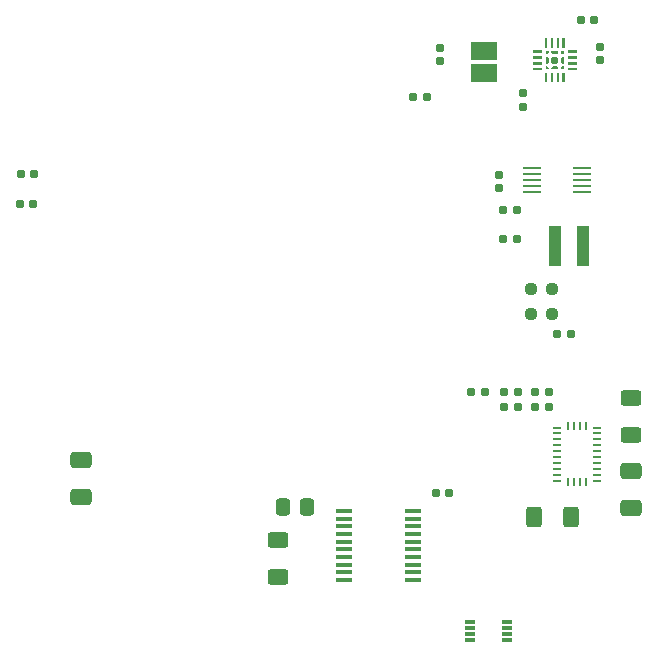
<source format=gbr>
%TF.GenerationSoftware,KiCad,Pcbnew,8.0.7*%
%TF.CreationDate,2024-12-28T15:18:57+07:00*%
%TF.ProjectId,Teensy4.0PCB,5465656e-7379-4342-9e30-5043422e6b69,rev?*%
%TF.SameCoordinates,Original*%
%TF.FileFunction,Paste,Top*%
%TF.FilePolarity,Positive*%
%FSLAX46Y46*%
G04 Gerber Fmt 4.6, Leading zero omitted, Abs format (unit mm)*
G04 Created by KiCad (PCBNEW 8.0.7) date 2024-12-28 15:18:57*
%MOMM*%
%LPD*%
G01*
G04 APERTURE LIST*
G04 Aperture macros list*
%AMRoundRect*
0 Rectangle with rounded corners*
0 $1 Rounding radius*
0 $2 $3 $4 $5 $6 $7 $8 $9 X,Y pos of 4 corners*
0 Add a 4 corners polygon primitive as box body*
4,1,4,$2,$3,$4,$5,$6,$7,$8,$9,$2,$3,0*
0 Add four circle primitives for the rounded corners*
1,1,$1+$1,$2,$3*
1,1,$1+$1,$4,$5*
1,1,$1+$1,$6,$7*
1,1,$1+$1,$8,$9*
0 Add four rect primitives between the rounded corners*
20,1,$1+$1,$2,$3,$4,$5,0*
20,1,$1+$1,$4,$5,$6,$7,0*
20,1,$1+$1,$6,$7,$8,$9,0*
20,1,$1+$1,$8,$9,$2,$3,0*%
G04 Aperture macros list end*
%ADD10C,0.000000*%
%ADD11RoundRect,0.155000X-0.155000X0.212500X-0.155000X-0.212500X0.155000X-0.212500X0.155000X0.212500X0*%
%ADD12RoundRect,0.155000X0.212500X0.155000X-0.212500X0.155000X-0.212500X-0.155000X0.212500X-0.155000X0*%
%ADD13RoundRect,0.160000X0.160000X-0.197500X0.160000X0.197500X-0.160000X0.197500X-0.160000X-0.197500X0*%
%ADD14RoundRect,0.160000X-0.197500X-0.160000X0.197500X-0.160000X0.197500X0.160000X-0.197500X0.160000X0*%
%ADD15R,1.574800X0.279400*%
%ADD16R,0.850000X0.300000*%
%ADD17R,1.475000X0.450000*%
%ADD18RoundRect,0.250000X-0.337500X-0.475000X0.337500X-0.475000X0.337500X0.475000X-0.337500X0.475000X0*%
%ADD19RoundRect,0.250000X-0.625000X0.400000X-0.625000X-0.400000X0.625000X-0.400000X0.625000X0.400000X0*%
%ADD20RoundRect,0.250000X0.650000X-0.412500X0.650000X0.412500X-0.650000X0.412500X-0.650000X-0.412500X0*%
%ADD21RoundRect,0.250000X-0.400000X-0.625000X0.400000X-0.625000X0.400000X0.625000X-0.400000X0.625000X0*%
%ADD22RoundRect,0.155000X-0.212500X-0.155000X0.212500X-0.155000X0.212500X0.155000X-0.212500X0.155000X0*%
%ADD23R,2.260600X1.498600*%
%ADD24R,0.980000X3.400000*%
%ADD25RoundRect,0.237500X-0.250000X-0.237500X0.250000X-0.237500X0.250000X0.237500X-0.250000X0.237500X0*%
%ADD26RoundRect,0.160000X0.197500X0.160000X-0.197500X0.160000X-0.197500X-0.160000X0.197500X-0.160000X0*%
%ADD27R,0.675000X0.254000*%
%ADD28R,0.254000X0.675000*%
G04 APERTURE END LIST*
D10*
%TO.C,U4*%
G36*
X155150106Y-72115110D02*
G01*
X154349891Y-72115110D01*
X154349891Y-71884892D01*
X155150106Y-71884892D01*
X155150106Y-72115110D01*
G37*
G36*
X155150106Y-72615109D02*
G01*
X154349891Y-72615109D01*
X154349891Y-72384894D01*
X155150106Y-72384894D01*
X155150106Y-72615109D01*
G37*
G36*
X155150106Y-73115108D02*
G01*
X154349891Y-73115108D01*
X154349891Y-72884893D01*
X155150106Y-72884893D01*
X155150106Y-73115108D01*
G37*
G36*
X155150106Y-73615110D02*
G01*
X154349891Y-73615110D01*
X154349891Y-73384892D01*
X155150106Y-73384892D01*
X155150106Y-73615110D01*
G37*
G36*
X155589917Y-74625108D02*
G01*
X155359701Y-74625108D01*
X155359701Y-73824893D01*
X155589917Y-73824893D01*
X155589917Y-74625108D01*
G37*
G36*
X156090043Y-74625108D02*
G01*
X155859827Y-74625108D01*
X155859827Y-73824893D01*
X156090043Y-73824893D01*
X156090043Y-74625108D01*
G37*
G36*
X156590169Y-74625108D02*
G01*
X156359953Y-74625108D01*
X156359953Y-73824893D01*
X156590169Y-73824893D01*
X156590169Y-74625108D01*
G37*
G36*
X157090295Y-74625108D02*
G01*
X156860079Y-74625108D01*
X156860079Y-73824893D01*
X157090295Y-73824893D01*
X157090295Y-74625108D01*
G37*
G36*
X158100105Y-73615110D02*
G01*
X157299890Y-73615110D01*
X157299890Y-73384892D01*
X158100105Y-73384892D01*
X158100105Y-73615110D01*
G37*
G36*
X158100105Y-73115108D02*
G01*
X157299890Y-73115108D01*
X157299890Y-72884893D01*
X158100105Y-72884893D01*
X158100105Y-73115108D01*
G37*
G36*
X158100105Y-72615109D02*
G01*
X157299890Y-72615109D01*
X157299890Y-72384894D01*
X158100105Y-72384894D01*
X158100105Y-72615109D01*
G37*
G36*
X158100105Y-72115110D02*
G01*
X157299890Y-72115110D01*
X157299890Y-71884892D01*
X158100105Y-71884892D01*
X158100105Y-72115110D01*
G37*
G36*
X157090295Y-71675109D02*
G01*
X156860079Y-71675109D01*
X156860079Y-70874894D01*
X157090295Y-70874894D01*
X157090295Y-71675109D01*
G37*
G36*
X156590169Y-71675109D02*
G01*
X156359953Y-71675109D01*
X156359953Y-70874894D01*
X156590169Y-70874894D01*
X156590169Y-71675109D01*
G37*
G36*
X156090043Y-71675109D02*
G01*
X155859827Y-71675109D01*
X155859827Y-70874894D01*
X156090043Y-70874894D01*
X156090043Y-71675109D01*
G37*
G36*
X155589917Y-71675109D02*
G01*
X155359701Y-71675109D01*
X155359701Y-70874894D01*
X155589917Y-70874894D01*
X155589917Y-71675109D01*
G37*
G36*
X155731298Y-72114880D02*
G01*
X155589877Y-72256301D01*
X155449928Y-72256301D01*
X155449928Y-71974931D01*
X155731298Y-71974931D01*
X155731298Y-72114880D01*
G37*
G36*
X155731298Y-72597722D02*
G01*
X155731298Y-72902280D01*
X155589877Y-73043701D01*
X155449928Y-73043701D01*
X155449928Y-72456301D01*
X155589877Y-72456301D01*
X155731298Y-72597722D01*
G37*
G36*
X155731298Y-73385122D02*
G01*
X155731298Y-73525071D01*
X155449928Y-73525071D01*
X155449928Y-73243701D01*
X155589877Y-73243701D01*
X155731298Y-73385122D01*
G37*
G36*
X156518698Y-72114880D02*
G01*
X156377277Y-72256301D01*
X156072719Y-72256301D01*
X155931298Y-72114880D01*
X155931298Y-71974931D01*
X156518698Y-71974931D01*
X156518698Y-72114880D01*
G37*
G36*
X156518698Y-72597722D02*
G01*
X156518698Y-72902280D01*
X156377277Y-73043701D01*
X156072719Y-73043701D01*
X155931298Y-72902280D01*
X155931298Y-72597722D01*
X156072719Y-72456301D01*
X156377277Y-72456301D01*
X156518698Y-72597722D01*
G37*
G36*
X156518698Y-73385122D02*
G01*
X156518698Y-73525071D01*
X155931298Y-73525071D01*
X155931298Y-73385122D01*
X156072719Y-73243701D01*
X156377277Y-73243701D01*
X156518698Y-73385122D01*
G37*
G36*
X157000068Y-72256301D02*
G01*
X156860119Y-72256301D01*
X156718698Y-72114880D01*
X156718698Y-71974931D01*
X157000068Y-71974931D01*
X157000068Y-72256301D01*
G37*
G36*
X157000068Y-73043701D02*
G01*
X156860119Y-73043701D01*
X156718698Y-72902280D01*
X156718698Y-72597722D01*
X156860119Y-72456301D01*
X157000068Y-72456301D01*
X157000068Y-73043701D01*
G37*
G36*
X157000068Y-73525071D02*
G01*
X156718698Y-73525071D01*
X156718698Y-73385122D01*
X156860119Y-73243701D01*
X157000068Y-73243701D01*
X157000068Y-73525071D01*
G37*
%TD*%
D11*
%TO.C,C10*%
X159999999Y-72767502D03*
X159999999Y-71632502D03*
%TD*%
D12*
%TO.C,C11*%
X158432499Y-69300002D03*
X159567499Y-69300002D03*
%TD*%
D13*
%TO.C,R7*%
X153500000Y-76697500D03*
X153500000Y-75502500D03*
%TD*%
D14*
%TO.C,R4*%
X145397500Y-75900000D03*
X144202500Y-75900000D03*
%TD*%
D11*
%TO.C,C14*%
X146500000Y-71700000D03*
X146500000Y-72835000D03*
%TD*%
D15*
%TO.C,U5*%
X154304500Y-81899999D03*
X154304500Y-82400001D03*
X154304500Y-82900000D03*
X154304500Y-83399999D03*
X154304500Y-83900001D03*
X158495500Y-83900001D03*
X158495500Y-83399999D03*
X158495500Y-82900000D03*
X158495500Y-82400001D03*
X158495500Y-81899999D03*
%TD*%
D16*
%TO.C,IC2*%
X149000000Y-120300000D03*
X149000000Y-120800000D03*
X149000000Y-121300000D03*
X149000000Y-121800000D03*
X152150000Y-121800000D03*
X152150000Y-121300000D03*
X152150000Y-120800000D03*
X152150000Y-120300000D03*
%TD*%
D17*
%TO.C,IC1*%
X138324000Y-110900000D03*
X138324000Y-111550000D03*
X138324000Y-112200000D03*
X138324000Y-112850000D03*
X138324000Y-113500000D03*
X138324000Y-114150000D03*
X138324000Y-114800000D03*
X138324000Y-115450000D03*
X138324000Y-116100000D03*
X138324000Y-116750000D03*
X144200000Y-116750000D03*
X144200000Y-116100000D03*
X144200000Y-115450000D03*
X144200000Y-114800000D03*
X144200000Y-114150000D03*
X144200000Y-113500000D03*
X144200000Y-112850000D03*
X144200000Y-112200000D03*
X144200000Y-111550000D03*
X144200000Y-110900000D03*
%TD*%
D18*
%TO.C,C6*%
X133162500Y-110600000D03*
X135237500Y-110600000D03*
%TD*%
D19*
%TO.C,R1*%
X162700000Y-101350000D03*
X162700000Y-104450000D03*
%TD*%
D20*
%TO.C,C5*%
X162700000Y-110662500D03*
X162700000Y-107537500D03*
%TD*%
D21*
%TO.C,R2*%
X154450000Y-111400000D03*
X157550000Y-111400000D03*
%TD*%
D20*
%TO.C,C1*%
X116100000Y-109725000D03*
X116100000Y-106600000D03*
%TD*%
D19*
%TO.C,R3*%
X132800000Y-113400000D03*
X132800000Y-116500000D03*
%TD*%
D22*
%TO.C,C13*%
X156432500Y-95900000D03*
X157567500Y-95900000D03*
%TD*%
D11*
%TO.C,C12*%
X151500000Y-82432500D03*
X151500000Y-83567500D03*
%TD*%
D22*
%TO.C,C9*%
X110932500Y-84900000D03*
X112067500Y-84900000D03*
%TD*%
%TO.C,C8*%
X110982500Y-82360000D03*
X112117500Y-82360000D03*
%TD*%
D12*
%TO.C,C7*%
X147267500Y-109400000D03*
X146132500Y-109400000D03*
%TD*%
D22*
%TO.C,C4*%
X151932500Y-100800000D03*
X153067500Y-100800000D03*
%TD*%
D12*
%TO.C,C3*%
X153067500Y-102100000D03*
X151932500Y-102100000D03*
%TD*%
D22*
%TO.C,C2*%
X149132500Y-100800000D03*
X150267500Y-100800000D03*
%TD*%
D23*
%TO.C,L1*%
X150200000Y-71947500D03*
X150200000Y-73852500D03*
%TD*%
D24*
%TO.C,L2*%
X156215000Y-88500000D03*
X158585000Y-88500000D03*
%TD*%
D25*
%TO.C,R11*%
X154175000Y-94200000D03*
X156000000Y-94200000D03*
%TD*%
%TO.C,R10*%
X154187500Y-92100000D03*
X156012500Y-92100000D03*
%TD*%
D26*
%TO.C,R9*%
X152997500Y-85400000D03*
X151802500Y-85400000D03*
%TD*%
D14*
%TO.C,R8*%
X151802500Y-87900000D03*
X152997500Y-87900000D03*
%TD*%
D27*
%TO.C,U3*%
X156437500Y-108350000D03*
D28*
X157350000Y-108487500D03*
X157850000Y-108487500D03*
X158350000Y-108487500D03*
X158850000Y-108487500D03*
D27*
X159762500Y-108350000D03*
X159762500Y-107850000D03*
X159762500Y-107350000D03*
X159762500Y-106850000D03*
X159762500Y-106350000D03*
X159762500Y-105850000D03*
X159762500Y-105350000D03*
X159762500Y-104850000D03*
X159762500Y-104350000D03*
X159762500Y-103850000D03*
D28*
X158850000Y-103712500D03*
X158350000Y-103712500D03*
X157850000Y-103712500D03*
X157350000Y-103712500D03*
D27*
X156437500Y-103850000D03*
X156437500Y-104350000D03*
X156437500Y-104850000D03*
X156437500Y-105350000D03*
X156437500Y-105850000D03*
X156437500Y-106350000D03*
X156437500Y-106850000D03*
X156437500Y-107350000D03*
X156437500Y-107850000D03*
%TD*%
D14*
%TO.C,R6*%
X154502500Y-100800000D03*
X155697500Y-100800000D03*
%TD*%
D26*
%TO.C,R5*%
X154502500Y-102100000D03*
X155697500Y-102100000D03*
%TD*%
M02*

</source>
